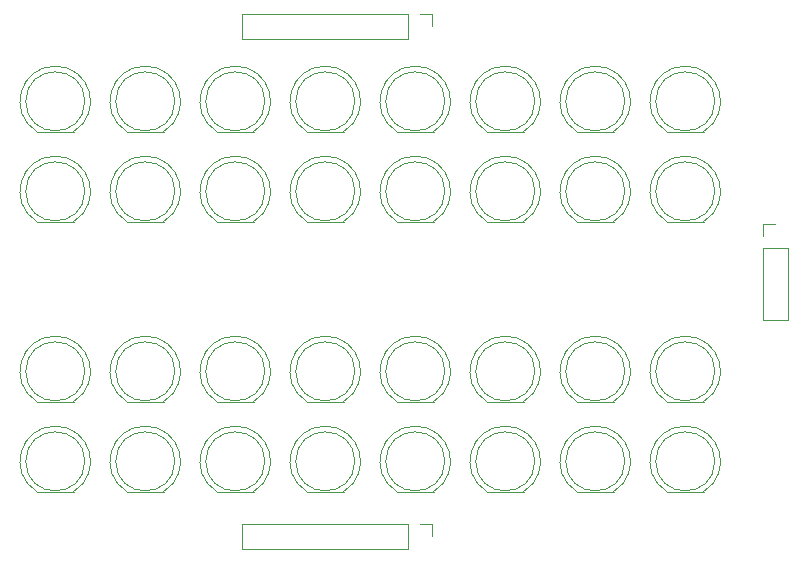
<source format=gto>
%TF.GenerationSoftware,KiCad,Pcbnew,7.0.8*%
%TF.CreationDate,2023-10-07T23:49:35-07:00*%
%TF.ProjectId,htpm_control_module_status,6874706d-5f63-46f6-9e74-726f6c5f6d6f,1*%
%TF.SameCoordinates,Original*%
%TF.FileFunction,Legend,Top*%
%TF.FilePolarity,Positive*%
%FSLAX46Y46*%
G04 Gerber Fmt 4.6, Leading zero omitted, Abs format (unit mm)*
G04 Created by KiCad (PCBNEW 7.0.8) date 2023-10-07 23:49:35*
%MOMM*%
%LPD*%
G01*
G04 APERTURE LIST*
%ADD10C,0.120000*%
G04 APERTURE END LIST*
D10*
%TO.C,D10*%
X117835000Y-87650000D02*
X120925000Y-87650000D01*
X119380462Y-82100001D02*
G75*
G03*
X117835170Y-87649999I-462J-2989999D01*
G01*
X120924830Y-87650000D02*
G75*
G03*
X119379538Y-82100000I-1544830J2560000D01*
G01*
X121880000Y-85090000D02*
G75*
G03*
X121880000Y-85090000I-2500000J0D01*
G01*
%TO.C,D14*%
X148315000Y-87650000D02*
X151405000Y-87650000D01*
X149860462Y-82100001D02*
G75*
G03*
X148315170Y-87649999I-462J-2989999D01*
G01*
X151404830Y-87650000D02*
G75*
G03*
X149859538Y-82100000I-1544830J2560000D01*
G01*
X152360000Y-85090000D02*
G75*
G03*
X152360000Y-85090000I-2500000J0D01*
G01*
%TO.C,D2*%
X117835000Y-80030000D02*
X120925000Y-80030000D01*
X119380462Y-74480001D02*
G75*
G03*
X117835170Y-80029999I-462J-2989999D01*
G01*
X120924830Y-80030000D02*
G75*
G03*
X119379538Y-74480000I-1544830J2560000D01*
G01*
X121880000Y-77470000D02*
G75*
G03*
X121880000Y-77470000I-2500000J0D01*
G01*
%TO.C,D30*%
X148315000Y-110510000D02*
X151405000Y-110510000D01*
X149860462Y-104960001D02*
G75*
G03*
X148315170Y-110509999I-462J-2989999D01*
G01*
X151404830Y-110510000D02*
G75*
G03*
X149859538Y-104960000I-1544830J2560000D01*
G01*
X152360000Y-107950000D02*
G75*
G03*
X152360000Y-107950000I-2500000J0D01*
G01*
%TO.C,D26*%
X117835000Y-110510000D02*
X120925000Y-110510000D01*
X119380462Y-104960001D02*
G75*
G03*
X117835170Y-110509999I-462J-2989999D01*
G01*
X120924830Y-110510000D02*
G75*
G03*
X119379538Y-104960000I-1544830J2560000D01*
G01*
X121880000Y-107950000D02*
G75*
G03*
X121880000Y-107950000I-2500000J0D01*
G01*
%TO.C,D32*%
X163555000Y-110510000D02*
X166645000Y-110510000D01*
X165100462Y-104960001D02*
G75*
G03*
X163555170Y-110509999I-462J-2989999D01*
G01*
X166644830Y-110510000D02*
G75*
G03*
X165099538Y-104960000I-1544830J2560000D01*
G01*
X167600000Y-107950000D02*
G75*
G03*
X167600000Y-107950000I-2500000J0D01*
G01*
%TO.C,J3*%
X143680000Y-113240000D02*
X143680000Y-114300000D01*
X142620000Y-113240000D02*
X143680000Y-113240000D01*
X141620000Y-113240000D02*
X127560000Y-113240000D01*
X141620000Y-113240000D02*
X141620000Y-115360000D01*
X127560000Y-113240000D02*
X127560000Y-115360000D01*
X141620000Y-115360000D02*
X127560000Y-115360000D01*
%TO.C,D20*%
X133075000Y-102890000D02*
X136165000Y-102890000D01*
X134620462Y-97340001D02*
G75*
G03*
X133075170Y-102889999I-462J-2989999D01*
G01*
X136164830Y-102890000D02*
G75*
G03*
X134619538Y-97340000I-1544830J2560000D01*
G01*
X137120000Y-100330000D02*
G75*
G03*
X137120000Y-100330000I-2500000J0D01*
G01*
%TO.C,D25*%
X110215000Y-110510000D02*
X113305000Y-110510000D01*
X111760462Y-104960001D02*
G75*
G03*
X110215170Y-110509999I-462J-2989999D01*
G01*
X113304830Y-110510000D02*
G75*
G03*
X111759538Y-104960000I-1544830J2560000D01*
G01*
X114260000Y-107950000D02*
G75*
G03*
X114260000Y-107950000I-2500000J0D01*
G01*
%TO.C,D27*%
X125455000Y-110510000D02*
X128545000Y-110510000D01*
X127000462Y-104960001D02*
G75*
G03*
X125455170Y-110509999I-462J-2989999D01*
G01*
X128544830Y-110510000D02*
G75*
G03*
X126999538Y-104960000I-1544830J2560000D01*
G01*
X129500000Y-107950000D02*
G75*
G03*
X129500000Y-107950000I-2500000J0D01*
G01*
%TO.C,J1*%
X143680000Y-70060000D02*
X143680000Y-71120000D01*
X142620000Y-70060000D02*
X143680000Y-70060000D01*
X141620000Y-70060000D02*
X127560000Y-70060000D01*
X141620000Y-70060000D02*
X141620000Y-72180000D01*
X127560000Y-70060000D02*
X127560000Y-72180000D01*
X141620000Y-72180000D02*
X127560000Y-72180000D01*
%TO.C,D9*%
X110215000Y-87650000D02*
X113305000Y-87650000D01*
X111760462Y-82100001D02*
G75*
G03*
X110215170Y-87649999I-462J-2989999D01*
G01*
X113304830Y-87650000D02*
G75*
G03*
X111759538Y-82100000I-1544830J2560000D01*
G01*
X114260000Y-85090000D02*
G75*
G03*
X114260000Y-85090000I-2500000J0D01*
G01*
%TO.C,D16*%
X163555000Y-87650000D02*
X166645000Y-87650000D01*
X165100462Y-82100001D02*
G75*
G03*
X163555170Y-87649999I-462J-2989999D01*
G01*
X166644830Y-87650000D02*
G75*
G03*
X165099538Y-82100000I-1544830J2560000D01*
G01*
X167600000Y-85090000D02*
G75*
G03*
X167600000Y-85090000I-2500000J0D01*
G01*
%TO.C,D5*%
X140695000Y-80030000D02*
X143785000Y-80030000D01*
X142240462Y-74480001D02*
G75*
G03*
X140695170Y-80029999I-462J-2989999D01*
G01*
X143784830Y-80030000D02*
G75*
G03*
X142239538Y-74480000I-1544830J2560000D01*
G01*
X144740000Y-77470000D02*
G75*
G03*
X144740000Y-77470000I-2500000J0D01*
G01*
%TO.C,D12*%
X133075000Y-87650000D02*
X136165000Y-87650000D01*
X134620462Y-82100001D02*
G75*
G03*
X133075170Y-87649999I-462J-2989999D01*
G01*
X136164830Y-87650000D02*
G75*
G03*
X134619538Y-82100000I-1544830J2560000D01*
G01*
X137120000Y-85090000D02*
G75*
G03*
X137120000Y-85090000I-2500000J0D01*
G01*
%TO.C,D23*%
X155935000Y-102890000D02*
X159025000Y-102890000D01*
X157480462Y-97340001D02*
G75*
G03*
X155935170Y-102889999I-462J-2989999D01*
G01*
X159024830Y-102890000D02*
G75*
G03*
X157479538Y-97340000I-1544830J2560000D01*
G01*
X159980000Y-100330000D02*
G75*
G03*
X159980000Y-100330000I-2500000J0D01*
G01*
%TO.C,D6*%
X148315000Y-80030000D02*
X151405000Y-80030000D01*
X149860462Y-74480001D02*
G75*
G03*
X148315170Y-80029999I-462J-2989999D01*
G01*
X151404830Y-80030000D02*
G75*
G03*
X149859538Y-74480000I-1544830J2560000D01*
G01*
X152360000Y-77470000D02*
G75*
G03*
X152360000Y-77470000I-2500000J0D01*
G01*
%TO.C,D28*%
X133075000Y-110510000D02*
X136165000Y-110510000D01*
X134620462Y-104960001D02*
G75*
G03*
X133075170Y-110509999I-462J-2989999D01*
G01*
X136164830Y-110510000D02*
G75*
G03*
X134619538Y-104960000I-1544830J2560000D01*
G01*
X137120000Y-107950000D02*
G75*
G03*
X137120000Y-107950000I-2500000J0D01*
G01*
%TO.C,D22*%
X148315000Y-102890000D02*
X151405000Y-102890000D01*
X149860462Y-97340001D02*
G75*
G03*
X148315170Y-102889999I-462J-2989999D01*
G01*
X151404830Y-102890000D02*
G75*
G03*
X149859538Y-97340000I-1544830J2560000D01*
G01*
X152360000Y-100330000D02*
G75*
G03*
X152360000Y-100330000I-2500000J0D01*
G01*
%TO.C,D24*%
X163555000Y-102890000D02*
X166645000Y-102890000D01*
X165100462Y-97340001D02*
G75*
G03*
X163555170Y-102889999I-462J-2989999D01*
G01*
X166644830Y-102890000D02*
G75*
G03*
X165099538Y-97340000I-1544830J2560000D01*
G01*
X167600000Y-100330000D02*
G75*
G03*
X167600000Y-100330000I-2500000J0D01*
G01*
%TO.C,D17*%
X110215000Y-102890000D02*
X113305000Y-102890000D01*
X111760462Y-97340001D02*
G75*
G03*
X110215170Y-102889999I-462J-2989999D01*
G01*
X113304830Y-102890000D02*
G75*
G03*
X111759538Y-97340000I-1544830J2560000D01*
G01*
X114260000Y-100330000D02*
G75*
G03*
X114260000Y-100330000I-2500000J0D01*
G01*
%TO.C,D8*%
X163555000Y-80030000D02*
X166645000Y-80030000D01*
X165100462Y-74480001D02*
G75*
G03*
X163555170Y-80029999I-462J-2989999D01*
G01*
X166644830Y-80030000D02*
G75*
G03*
X165099538Y-74480000I-1544830J2560000D01*
G01*
X167600000Y-77470000D02*
G75*
G03*
X167600000Y-77470000I-2500000J0D01*
G01*
%TO.C,D13*%
X140695000Y-87650000D02*
X143785000Y-87650000D01*
X142240462Y-82100001D02*
G75*
G03*
X140695170Y-87649999I-462J-2989999D01*
G01*
X143784830Y-87650000D02*
G75*
G03*
X142239538Y-82100000I-1544830J2560000D01*
G01*
X144740000Y-85090000D02*
G75*
G03*
X144740000Y-85090000I-2500000J0D01*
G01*
%TO.C,J2*%
X171660000Y-87840000D02*
X172720000Y-87840000D01*
X171660000Y-88900000D02*
X171660000Y-87840000D01*
X171660000Y-89900000D02*
X171660000Y-95960000D01*
X171660000Y-89900000D02*
X173780000Y-89900000D01*
X171660000Y-95960000D02*
X173780000Y-95960000D01*
X173780000Y-89900000D02*
X173780000Y-95960000D01*
%TO.C,D11*%
X125455000Y-87650000D02*
X128545000Y-87650000D01*
X127000462Y-82100001D02*
G75*
G03*
X125455170Y-87649999I-462J-2989999D01*
G01*
X128544830Y-87650000D02*
G75*
G03*
X126999538Y-82100000I-1544830J2560000D01*
G01*
X129500000Y-85090000D02*
G75*
G03*
X129500000Y-85090000I-2500000J0D01*
G01*
%TO.C,D31*%
X155935000Y-110510000D02*
X159025000Y-110510000D01*
X157480462Y-104960001D02*
G75*
G03*
X155935170Y-110509999I-462J-2989999D01*
G01*
X159024830Y-110510000D02*
G75*
G03*
X157479538Y-104960000I-1544830J2560000D01*
G01*
X159980000Y-107950000D02*
G75*
G03*
X159980000Y-107950000I-2500000J0D01*
G01*
%TO.C,D1*%
X110215000Y-80030000D02*
X113305000Y-80030000D01*
X111760462Y-74480001D02*
G75*
G03*
X110215170Y-80029999I-462J-2989999D01*
G01*
X113304830Y-80030000D02*
G75*
G03*
X111759538Y-74480000I-1544830J2560000D01*
G01*
X114260000Y-77470000D02*
G75*
G03*
X114260000Y-77470000I-2500000J0D01*
G01*
%TO.C,D4*%
X133075000Y-80030000D02*
X136165000Y-80030000D01*
X134620462Y-74480001D02*
G75*
G03*
X133075170Y-80029999I-462J-2989999D01*
G01*
X136164830Y-80030000D02*
G75*
G03*
X134619538Y-74480000I-1544830J2560000D01*
G01*
X137120000Y-77470000D02*
G75*
G03*
X137120000Y-77470000I-2500000J0D01*
G01*
%TO.C,D7*%
X155935000Y-80030000D02*
X159025000Y-80030000D01*
X157480462Y-74480001D02*
G75*
G03*
X155935170Y-80029999I-462J-2989999D01*
G01*
X159024830Y-80030000D02*
G75*
G03*
X157479538Y-74480000I-1544830J2560000D01*
G01*
X159980000Y-77470000D02*
G75*
G03*
X159980000Y-77470000I-2500000J0D01*
G01*
%TO.C,D19*%
X125455000Y-102890000D02*
X128545000Y-102890000D01*
X127000462Y-97340001D02*
G75*
G03*
X125455170Y-102889999I-462J-2989999D01*
G01*
X128544830Y-102890000D02*
G75*
G03*
X126999538Y-97340000I-1544830J2560000D01*
G01*
X129500000Y-100330000D02*
G75*
G03*
X129500000Y-100330000I-2500000J0D01*
G01*
%TO.C,D3*%
X125455000Y-80030000D02*
X128545000Y-80030000D01*
X127000462Y-74480001D02*
G75*
G03*
X125455170Y-80029999I-462J-2989999D01*
G01*
X128544830Y-80030000D02*
G75*
G03*
X126999538Y-74480000I-1544830J2560000D01*
G01*
X129500000Y-77470000D02*
G75*
G03*
X129500000Y-77470000I-2500000J0D01*
G01*
%TO.C,D15*%
X155935000Y-87650000D02*
X159025000Y-87650000D01*
X157480462Y-82100001D02*
G75*
G03*
X155935170Y-87649999I-462J-2989999D01*
G01*
X159024830Y-87650000D02*
G75*
G03*
X157479538Y-82100000I-1544830J2560000D01*
G01*
X159980000Y-85090000D02*
G75*
G03*
X159980000Y-85090000I-2500000J0D01*
G01*
%TO.C,D29*%
X140695000Y-110510000D02*
X143785000Y-110510000D01*
X142240462Y-104960001D02*
G75*
G03*
X140695170Y-110509999I-462J-2989999D01*
G01*
X143784830Y-110510000D02*
G75*
G03*
X142239538Y-104960000I-1544830J2560000D01*
G01*
X144740000Y-107950000D02*
G75*
G03*
X144740000Y-107950000I-2500000J0D01*
G01*
%TO.C,D21*%
X140695000Y-102890000D02*
X143785000Y-102890000D01*
X142240462Y-97340001D02*
G75*
G03*
X140695170Y-102889999I-462J-2989999D01*
G01*
X143784830Y-102890000D02*
G75*
G03*
X142239538Y-97340000I-1544830J2560000D01*
G01*
X144740000Y-100330000D02*
G75*
G03*
X144740000Y-100330000I-2500000J0D01*
G01*
%TO.C,D18*%
X117835000Y-102890000D02*
X120925000Y-102890000D01*
X119380462Y-97340001D02*
G75*
G03*
X117835170Y-102889999I-462J-2989999D01*
G01*
X120924830Y-102890000D02*
G75*
G03*
X119379538Y-97340000I-1544830J2560000D01*
G01*
X121880000Y-100330000D02*
G75*
G03*
X121880000Y-100330000I-2500000J0D01*
G01*
%TD*%
M02*

</source>
